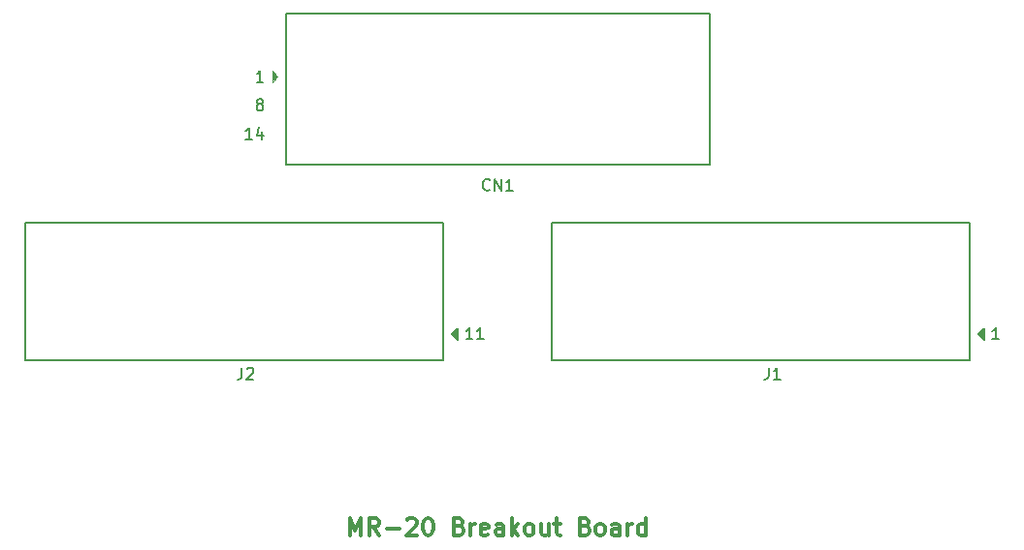
<source format=gbr>
%TF.GenerationSoftware,KiCad,Pcbnew,(6.0.4)*%
%TF.CreationDate,2022-05-07T21:31:00+10:00*%
%TF.ProjectId,mr-20-breakout,6d722d32-302d-4627-9265-616b6f75742e,rev?*%
%TF.SameCoordinates,Original*%
%TF.FileFunction,Legend,Top*%
%TF.FilePolarity,Positive*%
%FSLAX46Y46*%
G04 Gerber Fmt 4.6, Leading zero omitted, Abs format (unit mm)*
G04 Created by KiCad (PCBNEW (6.0.4)) date 2022-05-07 21:31:00*
%MOMM*%
%LPD*%
G01*
G04 APERTURE LIST*
%ADD10C,0.300000*%
%ADD11C,0.153000*%
%ADD12C,0.150000*%
%ADD13C,0.120000*%
G04 APERTURE END LIST*
D10*
X135071428Y-67588571D02*
X135071428Y-66088571D01*
X135571428Y-67160000D01*
X136071428Y-66088571D01*
X136071428Y-67588571D01*
X137642857Y-67588571D02*
X137142857Y-66874285D01*
X136785714Y-67588571D02*
X136785714Y-66088571D01*
X137357142Y-66088571D01*
X137500000Y-66160000D01*
X137571428Y-66231428D01*
X137642857Y-66374285D01*
X137642857Y-66588571D01*
X137571428Y-66731428D01*
X137500000Y-66802857D01*
X137357142Y-66874285D01*
X136785714Y-66874285D01*
X138285714Y-67017142D02*
X139428571Y-67017142D01*
X140071428Y-66231428D02*
X140142857Y-66160000D01*
X140285714Y-66088571D01*
X140642857Y-66088571D01*
X140785714Y-66160000D01*
X140857142Y-66231428D01*
X140928571Y-66374285D01*
X140928571Y-66517142D01*
X140857142Y-66731428D01*
X140000000Y-67588571D01*
X140928571Y-67588571D01*
X141857142Y-66088571D02*
X142000000Y-66088571D01*
X142142857Y-66160000D01*
X142214285Y-66231428D01*
X142285714Y-66374285D01*
X142357142Y-66660000D01*
X142357142Y-67017142D01*
X142285714Y-67302857D01*
X142214285Y-67445714D01*
X142142857Y-67517142D01*
X142000000Y-67588571D01*
X141857142Y-67588571D01*
X141714285Y-67517142D01*
X141642857Y-67445714D01*
X141571428Y-67302857D01*
X141500000Y-67017142D01*
X141500000Y-66660000D01*
X141571428Y-66374285D01*
X141642857Y-66231428D01*
X141714285Y-66160000D01*
X141857142Y-66088571D01*
X144642857Y-66802857D02*
X144857142Y-66874285D01*
X144928571Y-66945714D01*
X145000000Y-67088571D01*
X145000000Y-67302857D01*
X144928571Y-67445714D01*
X144857142Y-67517142D01*
X144714285Y-67588571D01*
X144142857Y-67588571D01*
X144142857Y-66088571D01*
X144642857Y-66088571D01*
X144785714Y-66160000D01*
X144857142Y-66231428D01*
X144928571Y-66374285D01*
X144928571Y-66517142D01*
X144857142Y-66660000D01*
X144785714Y-66731428D01*
X144642857Y-66802857D01*
X144142857Y-66802857D01*
X145642857Y-67588571D02*
X145642857Y-66588571D01*
X145642857Y-66874285D02*
X145714285Y-66731428D01*
X145785714Y-66660000D01*
X145928571Y-66588571D01*
X146071428Y-66588571D01*
X147142857Y-67517142D02*
X147000000Y-67588571D01*
X146714285Y-67588571D01*
X146571428Y-67517142D01*
X146500000Y-67374285D01*
X146500000Y-66802857D01*
X146571428Y-66660000D01*
X146714285Y-66588571D01*
X147000000Y-66588571D01*
X147142857Y-66660000D01*
X147214285Y-66802857D01*
X147214285Y-66945714D01*
X146500000Y-67088571D01*
X148500000Y-67588571D02*
X148500000Y-66802857D01*
X148428571Y-66660000D01*
X148285714Y-66588571D01*
X148000000Y-66588571D01*
X147857142Y-66660000D01*
X148500000Y-67517142D02*
X148357142Y-67588571D01*
X148000000Y-67588571D01*
X147857142Y-67517142D01*
X147785714Y-67374285D01*
X147785714Y-67231428D01*
X147857142Y-67088571D01*
X148000000Y-67017142D01*
X148357142Y-67017142D01*
X148500000Y-66945714D01*
X149214285Y-67588571D02*
X149214285Y-66088571D01*
X149357142Y-67017142D02*
X149785714Y-67588571D01*
X149785714Y-66588571D02*
X149214285Y-67160000D01*
X150642857Y-67588571D02*
X150500000Y-67517142D01*
X150428571Y-67445714D01*
X150357142Y-67302857D01*
X150357142Y-66874285D01*
X150428571Y-66731428D01*
X150500000Y-66660000D01*
X150642857Y-66588571D01*
X150857142Y-66588571D01*
X151000000Y-66660000D01*
X151071428Y-66731428D01*
X151142857Y-66874285D01*
X151142857Y-67302857D01*
X151071428Y-67445714D01*
X151000000Y-67517142D01*
X150857142Y-67588571D01*
X150642857Y-67588571D01*
X152428571Y-66588571D02*
X152428571Y-67588571D01*
X151785714Y-66588571D02*
X151785714Y-67374285D01*
X151857142Y-67517142D01*
X152000000Y-67588571D01*
X152214285Y-67588571D01*
X152357142Y-67517142D01*
X152428571Y-67445714D01*
X152928571Y-66588571D02*
X153500000Y-66588571D01*
X153142857Y-66088571D02*
X153142857Y-67374285D01*
X153214285Y-67517142D01*
X153357142Y-67588571D01*
X153500000Y-67588571D01*
X155642857Y-66802857D02*
X155857142Y-66874285D01*
X155928571Y-66945714D01*
X156000000Y-67088571D01*
X156000000Y-67302857D01*
X155928571Y-67445714D01*
X155857142Y-67517142D01*
X155714285Y-67588571D01*
X155142857Y-67588571D01*
X155142857Y-66088571D01*
X155642857Y-66088571D01*
X155785714Y-66160000D01*
X155857142Y-66231428D01*
X155928571Y-66374285D01*
X155928571Y-66517142D01*
X155857142Y-66660000D01*
X155785714Y-66731428D01*
X155642857Y-66802857D01*
X155142857Y-66802857D01*
X156857142Y-67588571D02*
X156714285Y-67517142D01*
X156642857Y-67445714D01*
X156571428Y-67302857D01*
X156571428Y-66874285D01*
X156642857Y-66731428D01*
X156714285Y-66660000D01*
X156857142Y-66588571D01*
X157071428Y-66588571D01*
X157214285Y-66660000D01*
X157285714Y-66731428D01*
X157357142Y-66874285D01*
X157357142Y-67302857D01*
X157285714Y-67445714D01*
X157214285Y-67517142D01*
X157071428Y-67588571D01*
X156857142Y-67588571D01*
X158642857Y-67588571D02*
X158642857Y-66802857D01*
X158571428Y-66660000D01*
X158428571Y-66588571D01*
X158142857Y-66588571D01*
X158000000Y-66660000D01*
X158642857Y-67517142D02*
X158500000Y-67588571D01*
X158142857Y-67588571D01*
X158000000Y-67517142D01*
X157928571Y-67374285D01*
X157928571Y-67231428D01*
X158000000Y-67088571D01*
X158142857Y-67017142D01*
X158500000Y-67017142D01*
X158642857Y-66945714D01*
X159357142Y-67588571D02*
X159357142Y-66588571D01*
X159357142Y-66874285D02*
X159428571Y-66731428D01*
X159500000Y-66660000D01*
X159642857Y-66588571D01*
X159785714Y-66588571D01*
X160928571Y-67588571D02*
X160928571Y-66088571D01*
X160928571Y-67517142D02*
X160785714Y-67588571D01*
X160500000Y-67588571D01*
X160357142Y-67517142D01*
X160285714Y-67445714D01*
X160214285Y-67302857D01*
X160214285Y-66874285D01*
X160285714Y-66731428D01*
X160357142Y-66660000D01*
X160500000Y-66588571D01*
X160785714Y-66588571D01*
X160928571Y-66660000D01*
D11*
%TO.C,CN1*%
X147309523Y-37357142D02*
X147261904Y-37404761D01*
X147119047Y-37452380D01*
X147023809Y-37452380D01*
X146880952Y-37404761D01*
X146785714Y-37309523D01*
X146738095Y-37214285D01*
X146690476Y-37023809D01*
X146690476Y-36880952D01*
X146738095Y-36690476D01*
X146785714Y-36595238D01*
X146880952Y-36500000D01*
X147023809Y-36452380D01*
X147119047Y-36452380D01*
X147261904Y-36500000D01*
X147309523Y-36547619D01*
X147738095Y-37452380D02*
X147738095Y-36452380D01*
X148309523Y-37452380D01*
X148309523Y-36452380D01*
X149309523Y-37452380D02*
X148738095Y-37452380D01*
X149023809Y-37452380D02*
X149023809Y-36452380D01*
X148928571Y-36595238D01*
X148833333Y-36690476D01*
X148738095Y-36738095D01*
X127510073Y-27952380D02*
X126938645Y-27952380D01*
X127224359Y-27952380D02*
X127224359Y-26952380D01*
X127129121Y-27095238D01*
X127033883Y-27190476D01*
X126938645Y-27238095D01*
X126557692Y-32952380D02*
X125986264Y-32952380D01*
X126271978Y-32952380D02*
X126271978Y-31952380D01*
X126176740Y-32095238D01*
X126081502Y-32190476D01*
X125986264Y-32238095D01*
X127414835Y-32285714D02*
X127414835Y-32952380D01*
X127176740Y-31904761D02*
X126938645Y-32619047D01*
X127557692Y-32619047D01*
X127129121Y-29880952D02*
X127033883Y-29833333D01*
X126986264Y-29785714D01*
X126938645Y-29690476D01*
X126938645Y-29642857D01*
X126986264Y-29547619D01*
X127033883Y-29500000D01*
X127129121Y-29452380D01*
X127319597Y-29452380D01*
X127414835Y-29500000D01*
X127462454Y-29547619D01*
X127510073Y-29642857D01*
X127510073Y-29690476D01*
X127462454Y-29785714D01*
X127414835Y-29833333D01*
X127319597Y-29880952D01*
X127129121Y-29880952D01*
X127033883Y-29928571D01*
X126986264Y-29976190D01*
X126938645Y-30071428D01*
X126938645Y-30261904D01*
X126986264Y-30357142D01*
X127033883Y-30404761D01*
X127129121Y-30452380D01*
X127319597Y-30452380D01*
X127414835Y-30404761D01*
X127462454Y-30357142D01*
X127510073Y-30261904D01*
X127510073Y-30071428D01*
X127462454Y-29976190D01*
X127414835Y-29928571D01*
X127319597Y-29880952D01*
D12*
%TO.C,J2*%
X125666666Y-52952380D02*
X125666666Y-53666666D01*
X125619047Y-53809523D01*
X125523809Y-53904761D01*
X125380952Y-53952380D01*
X125285714Y-53952380D01*
X126095238Y-53047619D02*
X126142857Y-53000000D01*
X126238095Y-52952380D01*
X126476190Y-52952380D01*
X126571428Y-53000000D01*
X126619047Y-53047619D01*
X126666666Y-53142857D01*
X126666666Y-53238095D01*
X126619047Y-53380952D01*
X126047619Y-53952380D01*
X126666666Y-53952380D01*
D11*
X145809523Y-50452380D02*
X145238095Y-50452380D01*
X145523809Y-50452380D02*
X145523809Y-49452380D01*
X145428571Y-49595238D01*
X145333333Y-49690476D01*
X145238095Y-49738095D01*
X146761904Y-50452380D02*
X146190476Y-50452380D01*
X146476190Y-50452380D02*
X146476190Y-49452380D01*
X146380952Y-49595238D01*
X146285714Y-49690476D01*
X146190476Y-49738095D01*
D12*
%TO.C,J1*%
X171666666Y-52952380D02*
X171666666Y-53666666D01*
X171619047Y-53809523D01*
X171523809Y-53904761D01*
X171380952Y-53952380D01*
X171285714Y-53952380D01*
X172666666Y-53952380D02*
X172095238Y-53952380D01*
X172380952Y-53952380D02*
X172380952Y-52952380D01*
X172285714Y-53095238D01*
X172190476Y-53190476D01*
X172095238Y-53238095D01*
D11*
X191761354Y-50452380D02*
X191189926Y-50452380D01*
X191475640Y-50452380D02*
X191475640Y-49452380D01*
X191380402Y-49595238D01*
X191285164Y-49690476D01*
X191189926Y-49738095D01*
%TO.C,CN1*%
X129500000Y-35160000D02*
X166500000Y-35160000D01*
X129500000Y-35160000D02*
X129500000Y-21960000D01*
X166500000Y-35160000D02*
X166500000Y-21960000D01*
X129500000Y-21960000D02*
X166500000Y-21960000D01*
G36*
X128800000Y-27500000D02*
G01*
X128300000Y-28000000D01*
X128300000Y-27000000D01*
X128800000Y-27500000D01*
G37*
D13*
X128800000Y-27500000D02*
X128300000Y-28000000D01*
X128300000Y-27000000D01*
X128800000Y-27500000D01*
%TO.C,J2*%
G36*
X144500000Y-50500000D02*
G01*
X144000000Y-50000000D01*
X144500000Y-49500000D01*
X144500000Y-50500000D01*
G37*
D11*
X144500000Y-50500000D02*
X144000000Y-50000000D01*
X144500000Y-49500000D01*
X144500000Y-50500000D01*
X106750000Y-40300000D02*
X106750000Y-52300000D01*
X143250000Y-40300000D02*
X106750000Y-40300000D01*
X143250000Y-52300000D02*
X143250000Y-40300000D01*
X106750000Y-52300000D02*
X143250000Y-52300000D01*
%TO.C,J1*%
X189250000Y-40300000D02*
X152750000Y-40300000D01*
X152750000Y-40300000D02*
X152750000Y-52300000D01*
X152750000Y-52300000D02*
X189250000Y-52300000D01*
X189250000Y-52300000D02*
X189250000Y-40300000D01*
G36*
X190500000Y-50500000D02*
G01*
X190000000Y-50000000D01*
X190500000Y-49500000D01*
X190500000Y-50500000D01*
G37*
X190500000Y-50500000D02*
X190000000Y-50000000D01*
X190500000Y-49500000D01*
X190500000Y-50500000D01*
%TD*%
M02*

</source>
